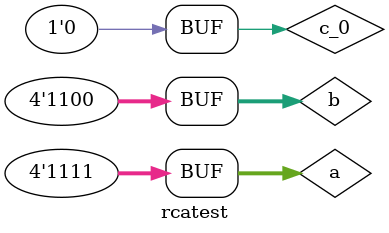
<source format=v>
`timescale 1ns / 1ps


module rcatest(    );
  reg [3:0] a,b;
    reg c_0;
       wire [3:0] sum;
    wire c_4;
    rca utt(.a(a), .b(b), .c_0(c_0), .sum(sum), .c_4(c_4));
    initial
    begin
    a = 0100;
    b = 1010;
    c_0 =0;
    #100;
    a = 0110;
    b = 1011;
    c_0 = 1;
    #100;
    a = 0111;
    b = 1100;
    c_0 = 0;
    #100;
    end
    endmodule
    

</source>
